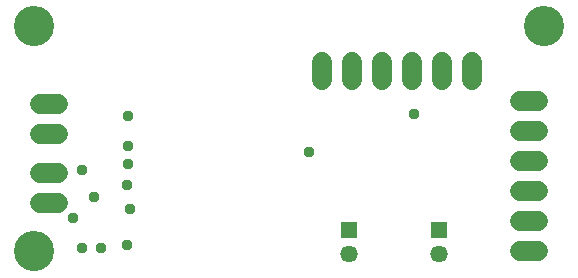
<source format=gbr>
G04 EAGLE Gerber RS-274X export*
G75*
%MOMM*%
%FSLAX34Y34*%
%LPD*%
%INSoldermask Bottom*%
%IPPOS*%
%AMOC8*
5,1,8,0,0,1.08239X$1,22.5*%
G01*
%ADD10C,3.403200*%
%ADD11R,1.461200X1.461200*%
%ADD12C,1.461200*%
%ADD13C,1.711200*%
%ADD14C,0.959600*%


D10*
X38100Y38100D03*
X38100Y228600D03*
X469900Y228600D03*
D11*
X304800Y55880D03*
D12*
X304800Y35880D03*
D11*
X381000Y55880D03*
D12*
X381000Y35880D03*
D13*
X58340Y137160D02*
X43260Y137160D01*
X43260Y162560D02*
X58340Y162560D01*
X58340Y78740D02*
X43260Y78740D01*
X43260Y104140D02*
X58340Y104140D01*
X449660Y165100D02*
X464740Y165100D01*
X464740Y139700D02*
X449660Y139700D01*
X449660Y114300D02*
X464740Y114300D01*
X464740Y88900D02*
X449660Y88900D01*
X449660Y63500D02*
X464740Y63500D01*
X464740Y38100D02*
X449660Y38100D01*
X281940Y182960D02*
X281940Y198040D01*
X307340Y198040D02*
X307340Y182960D01*
X332740Y182960D02*
X332740Y198040D01*
X358140Y198040D02*
X358140Y182960D01*
X383540Y182960D02*
X383540Y198040D01*
X408940Y198040D02*
X408940Y182960D01*
D14*
X360153Y154413D03*
X95104Y40640D03*
X78740Y40640D03*
X117486Y152400D03*
X88900Y83820D03*
X271144Y121920D03*
X117486Y127000D03*
X117828Y111787D03*
X116840Y93980D03*
X116840Y43180D03*
X71120Y66040D03*
X119380Y73660D03*
X78740Y106680D03*
M02*

</source>
